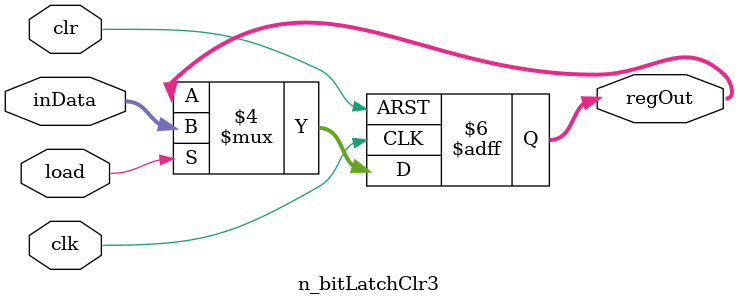
<source format=v>
/************************************************************************
*   FILE:   n_bitLatchClr.v     TFOX    Feb. 20, 2023   Ver. 0.1        *
*   This is a simple n-bit Transparent latch, no clock with clear       *
************************************************************************/

module n_bitLatchClr3
#(
    parameter N = 8,
    parameter V = 0)
    (input  clk,
     input  load,               // out = in if THIS is high
                                // out = LATCHED in if load LOW
     input clr,
     input  [N-1:0] inData,
     output reg [N-1:0] regOut
     );
     
always @(posedge clk or negedge clr)
    begin 
        if(!clr)
        regOut <= V;
     else if (load)
        regOut <= inData;
     else
        regOut <= regOut;
    end
        
endmodule


</source>
